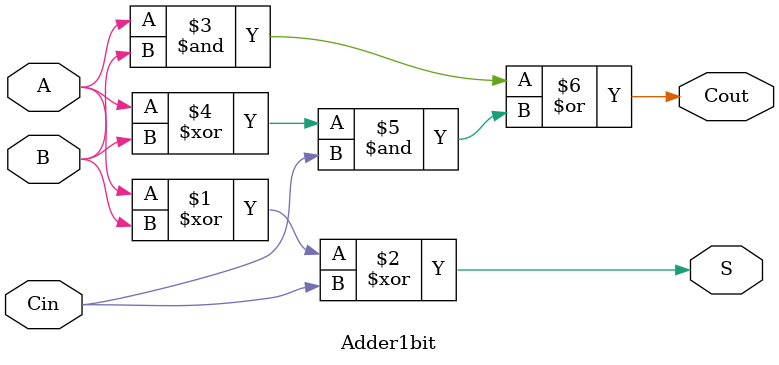
<source format=v>
module Adder1bit (
    input A,
    input B,
    input Cin,
    output S,
    output Cout
);

assign S = A ^ B ^ Cin;
assign Cout = (A & B) | (A ^ B) & Cin;
    
endmodule
</source>
